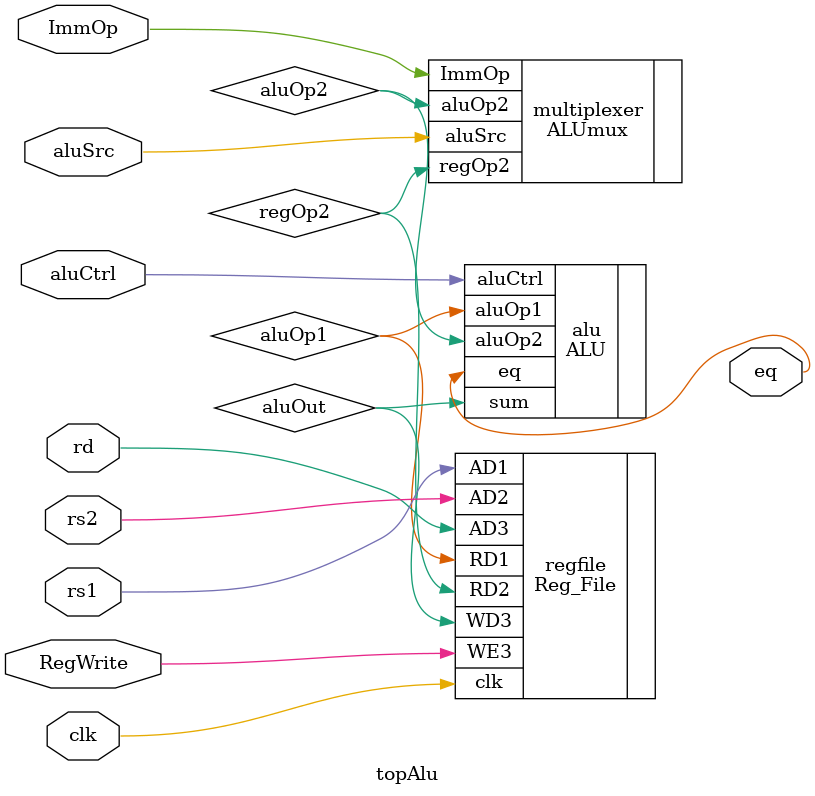
<source format=sv>
module topAlu (
    input logic     clk,        // clock
    input logic     rs1,        // address of register 1
    input logic     rs2,        // address of register 2
    input logic     rd, 
    input logic     RegWrite,   // write enable
    input logic     ImmOp,      // immediate value
    input logic     aluSrc,     // selects second input
    input logic     aluCtrl,
    output logic    eq,
);

logic aluOp1;   // input 1
logic aluOp2;   // input 2
logic aluOut;   // output of ALU
logic regOp2;   // second register

Reg_File regfile (
    .clk (clk),
    .AD1 (rs1),
    .AD2 (rs2),
    .AD3 (rd),
    .WE3 (RegWrite),
    .WD3 (aluOut),
    .RD1 (aluOp1),
    .RD2 (regOp2)
);

ALUmux multiplexer (
    .aluSrc (aluSrc),
    .regOp2 (regOp2),
    .ImmOp (ImmOp),
    .aluOp2 (aluOp2)
);

ALU alu (
    .aluOp1 (aluOp1),
    .aluOp2 (aluOp2),
    .aluCtrl (aluCtrl),
    .sum (aluOut),
    .eq (eq)
);

endmodule

</source>
